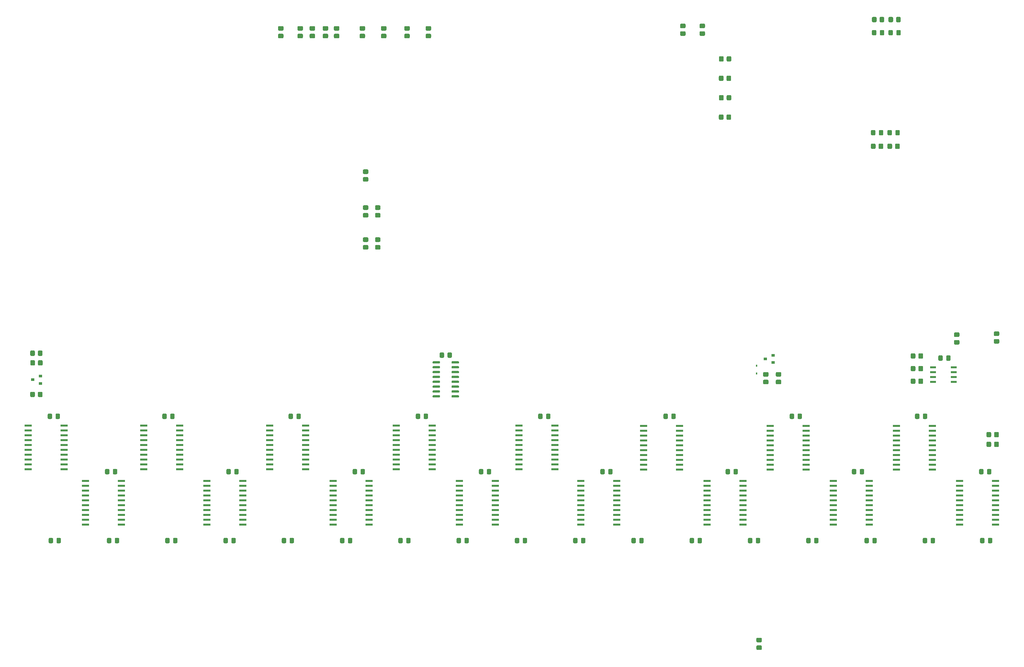
<source format=gbr>
G04 #@! TF.GenerationSoftware,KiCad,Pcbnew,(5.1.12)-1*
G04 #@! TF.CreationDate,2023-03-10T04:48:44+01:00*
G04 #@! TF.ProjectId,unibone,756e6962-6f6e-4652-9e6b-696361645f70,V1.0*
G04 #@! TF.SameCoordinates,Original*
G04 #@! TF.FileFunction,Paste,Top*
G04 #@! TF.FilePolarity,Positive*
%FSLAX46Y46*%
G04 Gerber Fmt 4.6, Leading zero omitted, Abs format (unit mm)*
G04 Created by KiCad (PCBNEW (5.1.12)-1) date 2023-03-10 04:48:44*
%MOMM*%
%LPD*%
G01*
G04 APERTURE LIST*
%ADD10R,0.450000X0.600000*%
%ADD11R,0.900000X0.800000*%
%ADD12R,1.950000X0.600000*%
%ADD13R,1.550000X0.600000*%
G04 APERTURE END LIST*
G36*
G01*
X272253999Y-129402000D02*
X273154001Y-129402000D01*
G75*
G02*
X273404000Y-129651999I0J-249999D01*
G01*
X273404000Y-130352001D01*
G75*
G02*
X273154001Y-130602000I-249999J0D01*
G01*
X272253999Y-130602000D01*
G75*
G02*
X272004000Y-130352001I0J249999D01*
G01*
X272004000Y-129651999D01*
G75*
G02*
X272253999Y-129402000I249999J0D01*
G01*
G37*
G36*
G01*
X272253999Y-127402000D02*
X273154001Y-127402000D01*
G75*
G02*
X273404000Y-127651999I0J-249999D01*
G01*
X273404000Y-128352001D01*
G75*
G02*
X273154001Y-128602000I-249999J0D01*
G01*
X272253999Y-128602000D01*
G75*
G02*
X272004000Y-128352001I0J249999D01*
G01*
X272004000Y-127651999D01*
G75*
G02*
X272253999Y-127402000I249999J0D01*
G01*
G37*
G36*
G01*
X282667999Y-129148000D02*
X283568001Y-129148000D01*
G75*
G02*
X283818000Y-129397999I0J-249999D01*
G01*
X283818000Y-130098001D01*
G75*
G02*
X283568001Y-130348000I-249999J0D01*
G01*
X282667999Y-130348000D01*
G75*
G02*
X282418000Y-130098001I0J249999D01*
G01*
X282418000Y-129397999D01*
G75*
G02*
X282667999Y-129148000I249999J0D01*
G01*
G37*
G36*
G01*
X282667999Y-127148000D02*
X283568001Y-127148000D01*
G75*
G02*
X283818000Y-127397999I0J-249999D01*
G01*
X283818000Y-128098001D01*
G75*
G02*
X283568001Y-128348000I-249999J0D01*
G01*
X282667999Y-128348000D01*
G75*
G02*
X282418000Y-128098001I0J249999D01*
G01*
X282418000Y-127397999D01*
G75*
G02*
X282667999Y-127148000I249999J0D01*
G01*
G37*
G36*
G01*
X262690000Y-140628001D02*
X262690000Y-139727999D01*
G75*
G02*
X262939999Y-139478000I249999J0D01*
G01*
X263640001Y-139478000D01*
G75*
G02*
X263890000Y-139727999I0J-249999D01*
G01*
X263890000Y-140628001D01*
G75*
G02*
X263640001Y-140878000I-249999J0D01*
G01*
X262939999Y-140878000D01*
G75*
G02*
X262690000Y-140628001I0J249999D01*
G01*
G37*
G36*
G01*
X260690000Y-140628001D02*
X260690000Y-139727999D01*
G75*
G02*
X260939999Y-139478000I249999J0D01*
G01*
X261640001Y-139478000D01*
G75*
G02*
X261890000Y-139727999I0J-249999D01*
G01*
X261890000Y-140628001D01*
G75*
G02*
X261640001Y-140878000I-249999J0D01*
G01*
X260939999Y-140878000D01*
G75*
G02*
X260690000Y-140628001I0J249999D01*
G01*
G37*
G36*
G01*
X261890000Y-136425999D02*
X261890000Y-137326001D01*
G75*
G02*
X261640001Y-137576000I-249999J0D01*
G01*
X260939999Y-137576000D01*
G75*
G02*
X260690000Y-137326001I0J249999D01*
G01*
X260690000Y-136425999D01*
G75*
G02*
X260939999Y-136176000I249999J0D01*
G01*
X261640001Y-136176000D01*
G75*
G02*
X261890000Y-136425999I0J-249999D01*
G01*
G37*
G36*
G01*
X263890000Y-136425999D02*
X263890000Y-137326001D01*
G75*
G02*
X263640001Y-137576000I-249999J0D01*
G01*
X262939999Y-137576000D01*
G75*
G02*
X262690000Y-137326001I0J249999D01*
G01*
X262690000Y-136425999D01*
G75*
G02*
X262939999Y-136176000I249999J0D01*
G01*
X263640001Y-136176000D01*
G75*
G02*
X263890000Y-136425999I0J-249999D01*
G01*
G37*
G36*
G01*
X261890000Y-133123999D02*
X261890000Y-134024001D01*
G75*
G02*
X261640001Y-134274000I-249999J0D01*
G01*
X260939999Y-134274000D01*
G75*
G02*
X260690000Y-134024001I0J249999D01*
G01*
X260690000Y-133123999D01*
G75*
G02*
X260939999Y-132874000I249999J0D01*
G01*
X261640001Y-132874000D01*
G75*
G02*
X261890000Y-133123999I0J-249999D01*
G01*
G37*
G36*
G01*
X263890000Y-133123999D02*
X263890000Y-134024001D01*
G75*
G02*
X263640001Y-134274000I-249999J0D01*
G01*
X262939999Y-134274000D01*
G75*
G02*
X262690000Y-134024001I0J249999D01*
G01*
X262690000Y-133123999D01*
G75*
G02*
X262939999Y-132874000I249999J0D01*
G01*
X263640001Y-132874000D01*
G75*
G02*
X263890000Y-133123999I0J-249999D01*
G01*
G37*
G36*
G01*
X95469999Y-49265000D02*
X96370001Y-49265000D01*
G75*
G02*
X96620000Y-49514999I0J-249999D01*
G01*
X96620000Y-50215001D01*
G75*
G02*
X96370001Y-50465000I-249999J0D01*
G01*
X95469999Y-50465000D01*
G75*
G02*
X95220000Y-50215001I0J249999D01*
G01*
X95220000Y-49514999D01*
G75*
G02*
X95469999Y-49265000I249999J0D01*
G01*
G37*
G36*
G01*
X95469999Y-47265000D02*
X96370001Y-47265000D01*
G75*
G02*
X96620000Y-47514999I0J-249999D01*
G01*
X96620000Y-48215001D01*
G75*
G02*
X96370001Y-48465000I-249999J0D01*
G01*
X95469999Y-48465000D01*
G75*
G02*
X95220000Y-48215001I0J249999D01*
G01*
X95220000Y-47514999D01*
G75*
G02*
X95469999Y-47265000I249999J0D01*
G01*
G37*
G36*
G01*
X100549999Y-49265000D02*
X101450001Y-49265000D01*
G75*
G02*
X101700000Y-49514999I0J-249999D01*
G01*
X101700000Y-50215001D01*
G75*
G02*
X101450001Y-50465000I-249999J0D01*
G01*
X100549999Y-50465000D01*
G75*
G02*
X100300000Y-50215001I0J249999D01*
G01*
X100300000Y-49514999D01*
G75*
G02*
X100549999Y-49265000I249999J0D01*
G01*
G37*
G36*
G01*
X100549999Y-47265000D02*
X101450001Y-47265000D01*
G75*
G02*
X101700000Y-47514999I0J-249999D01*
G01*
X101700000Y-48215001D01*
G75*
G02*
X101450001Y-48465000I-249999J0D01*
G01*
X100549999Y-48465000D01*
G75*
G02*
X100300000Y-48215001I0J249999D01*
G01*
X100300000Y-47514999D01*
G75*
G02*
X100549999Y-47265000I249999J0D01*
G01*
G37*
G36*
G01*
X103724999Y-49265000D02*
X104625001Y-49265000D01*
G75*
G02*
X104875000Y-49514999I0J-249999D01*
G01*
X104875000Y-50215001D01*
G75*
G02*
X104625001Y-50465000I-249999J0D01*
G01*
X103724999Y-50465000D01*
G75*
G02*
X103475000Y-50215001I0J249999D01*
G01*
X103475000Y-49514999D01*
G75*
G02*
X103724999Y-49265000I249999J0D01*
G01*
G37*
G36*
G01*
X103724999Y-47265000D02*
X104625001Y-47265000D01*
G75*
G02*
X104875000Y-47514999I0J-249999D01*
G01*
X104875000Y-48215001D01*
G75*
G02*
X104625001Y-48465000I-249999J0D01*
G01*
X103724999Y-48465000D01*
G75*
G02*
X103475000Y-48215001I0J249999D01*
G01*
X103475000Y-47514999D01*
G75*
G02*
X103724999Y-47265000I249999J0D01*
G01*
G37*
G36*
G01*
X107153999Y-49265000D02*
X108054001Y-49265000D01*
G75*
G02*
X108304000Y-49514999I0J-249999D01*
G01*
X108304000Y-50215001D01*
G75*
G02*
X108054001Y-50465000I-249999J0D01*
G01*
X107153999Y-50465000D01*
G75*
G02*
X106904000Y-50215001I0J249999D01*
G01*
X106904000Y-49514999D01*
G75*
G02*
X107153999Y-49265000I249999J0D01*
G01*
G37*
G36*
G01*
X107153999Y-47265000D02*
X108054001Y-47265000D01*
G75*
G02*
X108304000Y-47514999I0J-249999D01*
G01*
X108304000Y-48215001D01*
G75*
G02*
X108054001Y-48465000I-249999J0D01*
G01*
X107153999Y-48465000D01*
G75*
G02*
X106904000Y-48215001I0J249999D01*
G01*
X106904000Y-47514999D01*
G75*
G02*
X107153999Y-47265000I249999J0D01*
G01*
G37*
G36*
G01*
X110074999Y-49265000D02*
X110975001Y-49265000D01*
G75*
G02*
X111225000Y-49514999I0J-249999D01*
G01*
X111225000Y-50215001D01*
G75*
G02*
X110975001Y-50465000I-249999J0D01*
G01*
X110074999Y-50465000D01*
G75*
G02*
X109825000Y-50215001I0J249999D01*
G01*
X109825000Y-49514999D01*
G75*
G02*
X110074999Y-49265000I249999J0D01*
G01*
G37*
G36*
G01*
X110074999Y-47265000D02*
X110975001Y-47265000D01*
G75*
G02*
X111225000Y-47514999I0J-249999D01*
G01*
X111225000Y-48215001D01*
G75*
G02*
X110975001Y-48465000I-249999J0D01*
G01*
X110074999Y-48465000D01*
G75*
G02*
X109825000Y-48215001I0J249999D01*
G01*
X109825000Y-47514999D01*
G75*
G02*
X110074999Y-47265000I249999J0D01*
G01*
G37*
G36*
G01*
X116805999Y-49265000D02*
X117706001Y-49265000D01*
G75*
G02*
X117956000Y-49514999I0J-249999D01*
G01*
X117956000Y-50215001D01*
G75*
G02*
X117706001Y-50465000I-249999J0D01*
G01*
X116805999Y-50465000D01*
G75*
G02*
X116556000Y-50215001I0J249999D01*
G01*
X116556000Y-49514999D01*
G75*
G02*
X116805999Y-49265000I249999J0D01*
G01*
G37*
G36*
G01*
X116805999Y-47265000D02*
X117706001Y-47265000D01*
G75*
G02*
X117956000Y-47514999I0J-249999D01*
G01*
X117956000Y-48215001D01*
G75*
G02*
X117706001Y-48465000I-249999J0D01*
G01*
X116805999Y-48465000D01*
G75*
G02*
X116556000Y-48215001I0J249999D01*
G01*
X116556000Y-47514999D01*
G75*
G02*
X116805999Y-47265000I249999J0D01*
G01*
G37*
G36*
G01*
X122393999Y-49265000D02*
X123294001Y-49265000D01*
G75*
G02*
X123544000Y-49514999I0J-249999D01*
G01*
X123544000Y-50215001D01*
G75*
G02*
X123294001Y-50465000I-249999J0D01*
G01*
X122393999Y-50465000D01*
G75*
G02*
X122144000Y-50215001I0J249999D01*
G01*
X122144000Y-49514999D01*
G75*
G02*
X122393999Y-49265000I249999J0D01*
G01*
G37*
G36*
G01*
X122393999Y-47265000D02*
X123294001Y-47265000D01*
G75*
G02*
X123544000Y-47514999I0J-249999D01*
G01*
X123544000Y-48215001D01*
G75*
G02*
X123294001Y-48465000I-249999J0D01*
G01*
X122393999Y-48465000D01*
G75*
G02*
X122144000Y-48215001I0J249999D01*
G01*
X122144000Y-47514999D01*
G75*
G02*
X122393999Y-47265000I249999J0D01*
G01*
G37*
G36*
G01*
X128489999Y-49265000D02*
X129390001Y-49265000D01*
G75*
G02*
X129640000Y-49514999I0J-249999D01*
G01*
X129640000Y-50215001D01*
G75*
G02*
X129390001Y-50465000I-249999J0D01*
G01*
X128489999Y-50465000D01*
G75*
G02*
X128240000Y-50215001I0J249999D01*
G01*
X128240000Y-49514999D01*
G75*
G02*
X128489999Y-49265000I249999J0D01*
G01*
G37*
G36*
G01*
X128489999Y-47265000D02*
X129390001Y-47265000D01*
G75*
G02*
X129640000Y-47514999I0J-249999D01*
G01*
X129640000Y-48215001D01*
G75*
G02*
X129390001Y-48465000I-249999J0D01*
G01*
X128489999Y-48465000D01*
G75*
G02*
X128240000Y-48215001I0J249999D01*
G01*
X128240000Y-47514999D01*
G75*
G02*
X128489999Y-47265000I249999J0D01*
G01*
G37*
G36*
G01*
X134077999Y-49265000D02*
X134978001Y-49265000D01*
G75*
G02*
X135228000Y-49514999I0J-249999D01*
G01*
X135228000Y-50215001D01*
G75*
G02*
X134978001Y-50465000I-249999J0D01*
G01*
X134077999Y-50465000D01*
G75*
G02*
X133828000Y-50215001I0J249999D01*
G01*
X133828000Y-49514999D01*
G75*
G02*
X134077999Y-49265000I249999J0D01*
G01*
G37*
G36*
G01*
X134077999Y-47265000D02*
X134978001Y-47265000D01*
G75*
G02*
X135228000Y-47514999I0J-249999D01*
G01*
X135228000Y-48215001D01*
G75*
G02*
X134978001Y-48465000I-249999J0D01*
G01*
X134077999Y-48465000D01*
G75*
G02*
X133828000Y-48215001I0J249999D01*
G01*
X133828000Y-47514999D01*
G75*
G02*
X134077999Y-47265000I249999J0D01*
G01*
G37*
D10*
X220380000Y-138180000D03*
X220380000Y-136080000D03*
G36*
G01*
X220564999Y-209285000D02*
X221465001Y-209285000D01*
G75*
G02*
X221715000Y-209534999I0J-249999D01*
G01*
X221715000Y-210235001D01*
G75*
G02*
X221465001Y-210485000I-249999J0D01*
G01*
X220564999Y-210485000D01*
G75*
G02*
X220315000Y-210235001I0J249999D01*
G01*
X220315000Y-209534999D01*
G75*
G02*
X220564999Y-209285000I249999J0D01*
G01*
G37*
G36*
G01*
X220564999Y-207285000D02*
X221465001Y-207285000D01*
G75*
G02*
X221715000Y-207534999I0J-249999D01*
G01*
X221715000Y-208235001D01*
G75*
G02*
X221465001Y-208485000I-249999J0D01*
G01*
X220564999Y-208485000D01*
G75*
G02*
X220315000Y-208235001I0J249999D01*
G01*
X220315000Y-207534999D01*
G75*
G02*
X220564999Y-207285000I249999J0D01*
G01*
G37*
G36*
G01*
X251476000Y-78259999D02*
X251476000Y-79160001D01*
G75*
G02*
X251226001Y-79410000I-249999J0D01*
G01*
X250525999Y-79410000D01*
G75*
G02*
X250276000Y-79160001I0J249999D01*
G01*
X250276000Y-78259999D01*
G75*
G02*
X250525999Y-78010000I249999J0D01*
G01*
X251226001Y-78010000D01*
G75*
G02*
X251476000Y-78259999I0J-249999D01*
G01*
G37*
G36*
G01*
X253476000Y-78259999D02*
X253476000Y-79160001D01*
G75*
G02*
X253226001Y-79410000I-249999J0D01*
G01*
X252525999Y-79410000D01*
G75*
G02*
X252276000Y-79160001I0J249999D01*
G01*
X252276000Y-78259999D01*
G75*
G02*
X252525999Y-78010000I249999J0D01*
G01*
X253226001Y-78010000D01*
G75*
G02*
X253476000Y-78259999I0J-249999D01*
G01*
G37*
G36*
G01*
X251730000Y-45112999D02*
X251730000Y-46013001D01*
G75*
G02*
X251480001Y-46263000I-249999J0D01*
G01*
X250779999Y-46263000D01*
G75*
G02*
X250530000Y-46013001I0J249999D01*
G01*
X250530000Y-45112999D01*
G75*
G02*
X250779999Y-44863000I249999J0D01*
G01*
X251480001Y-44863000D01*
G75*
G02*
X251730000Y-45112999I0J-249999D01*
G01*
G37*
G36*
G01*
X253730000Y-45112999D02*
X253730000Y-46013001D01*
G75*
G02*
X253480001Y-46263000I-249999J0D01*
G01*
X252779999Y-46263000D01*
G75*
G02*
X252530000Y-46013001I0J249999D01*
G01*
X252530000Y-45112999D01*
G75*
G02*
X252779999Y-44863000I249999J0D01*
G01*
X253480001Y-44863000D01*
G75*
G02*
X253730000Y-45112999I0J-249999D01*
G01*
G37*
G36*
G01*
X255794000Y-78259999D02*
X255794000Y-79160001D01*
G75*
G02*
X255544001Y-79410000I-249999J0D01*
G01*
X254843999Y-79410000D01*
G75*
G02*
X254594000Y-79160001I0J249999D01*
G01*
X254594000Y-78259999D01*
G75*
G02*
X254843999Y-78010000I249999J0D01*
G01*
X255544001Y-78010000D01*
G75*
G02*
X255794000Y-78259999I0J-249999D01*
G01*
G37*
G36*
G01*
X257794000Y-78259999D02*
X257794000Y-79160001D01*
G75*
G02*
X257544001Y-79410000I-249999J0D01*
G01*
X256843999Y-79410000D01*
G75*
G02*
X256594000Y-79160001I0J249999D01*
G01*
X256594000Y-78259999D01*
G75*
G02*
X256843999Y-78010000I249999J0D01*
G01*
X257544001Y-78010000D01*
G75*
G02*
X257794000Y-78259999I0J-249999D01*
G01*
G37*
G36*
G01*
X256048000Y-45112999D02*
X256048000Y-46013001D01*
G75*
G02*
X255798001Y-46263000I-249999J0D01*
G01*
X255097999Y-46263000D01*
G75*
G02*
X254848000Y-46013001I0J249999D01*
G01*
X254848000Y-45112999D01*
G75*
G02*
X255097999Y-44863000I249999J0D01*
G01*
X255798001Y-44863000D01*
G75*
G02*
X256048000Y-45112999I0J-249999D01*
G01*
G37*
G36*
G01*
X258048000Y-45112999D02*
X258048000Y-46013001D01*
G75*
G02*
X257798001Y-46263000I-249999J0D01*
G01*
X257097999Y-46263000D01*
G75*
G02*
X256848000Y-46013001I0J249999D01*
G01*
X256848000Y-45112999D01*
G75*
G02*
X257097999Y-44863000I249999J0D01*
G01*
X257798001Y-44863000D01*
G75*
G02*
X258048000Y-45112999I0J-249999D01*
G01*
G37*
G36*
G01*
X212490000Y-71540001D02*
X212490000Y-70639999D01*
G75*
G02*
X212739999Y-70390000I249999J0D01*
G01*
X213440001Y-70390000D01*
G75*
G02*
X213690000Y-70639999I0J-249999D01*
G01*
X213690000Y-71540001D01*
G75*
G02*
X213440001Y-71790000I-249999J0D01*
G01*
X212739999Y-71790000D01*
G75*
G02*
X212490000Y-71540001I0J249999D01*
G01*
G37*
G36*
G01*
X210490000Y-71540001D02*
X210490000Y-70639999D01*
G75*
G02*
X210739999Y-70390000I249999J0D01*
G01*
X211440001Y-70390000D01*
G75*
G02*
X211690000Y-70639999I0J-249999D01*
G01*
X211690000Y-71540001D01*
G75*
G02*
X211440001Y-71790000I-249999J0D01*
G01*
X210739999Y-71790000D01*
G75*
G02*
X210490000Y-71540001I0J249999D01*
G01*
G37*
G36*
G01*
X212525000Y-66460001D02*
X212525000Y-65559999D01*
G75*
G02*
X212774999Y-65310000I249999J0D01*
G01*
X213475001Y-65310000D01*
G75*
G02*
X213725000Y-65559999I0J-249999D01*
G01*
X213725000Y-66460001D01*
G75*
G02*
X213475001Y-66710000I-249999J0D01*
G01*
X212774999Y-66710000D01*
G75*
G02*
X212525000Y-66460001I0J249999D01*
G01*
G37*
G36*
G01*
X210525000Y-66460001D02*
X210525000Y-65559999D01*
G75*
G02*
X210774999Y-65310000I249999J0D01*
G01*
X211475001Y-65310000D01*
G75*
G02*
X211725000Y-65559999I0J-249999D01*
G01*
X211725000Y-66460001D01*
G75*
G02*
X211475001Y-66710000I-249999J0D01*
G01*
X210774999Y-66710000D01*
G75*
G02*
X210525000Y-66460001I0J249999D01*
G01*
G37*
G36*
G01*
X212490000Y-61380001D02*
X212490000Y-60479999D01*
G75*
G02*
X212739999Y-60230000I249999J0D01*
G01*
X213440001Y-60230000D01*
G75*
G02*
X213690000Y-60479999I0J-249999D01*
G01*
X213690000Y-61380001D01*
G75*
G02*
X213440001Y-61630000I-249999J0D01*
G01*
X212739999Y-61630000D01*
G75*
G02*
X212490000Y-61380001I0J249999D01*
G01*
G37*
G36*
G01*
X210490000Y-61380001D02*
X210490000Y-60479999D01*
G75*
G02*
X210739999Y-60230000I249999J0D01*
G01*
X211440001Y-60230000D01*
G75*
G02*
X211690000Y-60479999I0J-249999D01*
G01*
X211690000Y-61380001D01*
G75*
G02*
X211440001Y-61630000I-249999J0D01*
G01*
X210739999Y-61630000D01*
G75*
G02*
X210490000Y-61380001I0J249999D01*
G01*
G37*
G36*
G01*
X223213001Y-138981000D02*
X222312999Y-138981000D01*
G75*
G02*
X222063000Y-138731001I0J249999D01*
G01*
X222063000Y-138030999D01*
G75*
G02*
X222312999Y-137781000I249999J0D01*
G01*
X223213001Y-137781000D01*
G75*
G02*
X223463000Y-138030999I0J-249999D01*
G01*
X223463000Y-138731001D01*
G75*
G02*
X223213001Y-138981000I-249999J0D01*
G01*
G37*
G36*
G01*
X223213001Y-140981000D02*
X222312999Y-140981000D01*
G75*
G02*
X222063000Y-140731001I0J249999D01*
G01*
X222063000Y-140030999D01*
G75*
G02*
X222312999Y-139781000I249999J0D01*
G01*
X223213001Y-139781000D01*
G75*
G02*
X223463000Y-140030999I0J-249999D01*
G01*
X223463000Y-140731001D01*
G75*
G02*
X223213001Y-140981000I-249999J0D01*
G01*
G37*
G36*
G01*
X118560001Y-85960000D02*
X117659999Y-85960000D01*
G75*
G02*
X117410000Y-85710001I0J249999D01*
G01*
X117410000Y-85009999D01*
G75*
G02*
X117659999Y-84760000I249999J0D01*
G01*
X118560001Y-84760000D01*
G75*
G02*
X118810000Y-85009999I0J-249999D01*
G01*
X118810000Y-85710001D01*
G75*
G02*
X118560001Y-85960000I-249999J0D01*
G01*
G37*
G36*
G01*
X118560001Y-87960000D02*
X117659999Y-87960000D01*
G75*
G02*
X117410000Y-87710001I0J249999D01*
G01*
X117410000Y-87009999D01*
G75*
G02*
X117659999Y-86760000I249999J0D01*
G01*
X118560001Y-86760000D01*
G75*
G02*
X118810000Y-87009999I0J-249999D01*
G01*
X118810000Y-87710001D01*
G75*
G02*
X118560001Y-87960000I-249999J0D01*
G01*
G37*
G36*
G01*
X200625999Y-48630000D02*
X201526001Y-48630000D01*
G75*
G02*
X201776000Y-48879999I0J-249999D01*
G01*
X201776000Y-49580001D01*
G75*
G02*
X201526001Y-49830000I-249999J0D01*
G01*
X200625999Y-49830000D01*
G75*
G02*
X200376000Y-49580001I0J249999D01*
G01*
X200376000Y-48879999D01*
G75*
G02*
X200625999Y-48630000I249999J0D01*
G01*
G37*
G36*
G01*
X200625999Y-46630000D02*
X201526001Y-46630000D01*
G75*
G02*
X201776000Y-46879999I0J-249999D01*
G01*
X201776000Y-47580001D01*
G75*
G02*
X201526001Y-47830000I-249999J0D01*
G01*
X200625999Y-47830000D01*
G75*
G02*
X200376000Y-47580001I0J249999D01*
G01*
X200376000Y-46879999D01*
G75*
G02*
X200625999Y-46630000I249999J0D01*
G01*
G37*
G36*
G01*
X117659999Y-104540000D02*
X118560001Y-104540000D01*
G75*
G02*
X118810000Y-104789999I0J-249999D01*
G01*
X118810000Y-105490001D01*
G75*
G02*
X118560001Y-105740000I-249999J0D01*
G01*
X117659999Y-105740000D01*
G75*
G02*
X117410000Y-105490001I0J249999D01*
G01*
X117410000Y-104789999D01*
G75*
G02*
X117659999Y-104540000I249999J0D01*
G01*
G37*
G36*
G01*
X117659999Y-102540000D02*
X118560001Y-102540000D01*
G75*
G02*
X118810000Y-102789999I0J-249999D01*
G01*
X118810000Y-103490001D01*
G75*
G02*
X118560001Y-103740000I-249999J0D01*
G01*
X117659999Y-103740000D01*
G75*
G02*
X117410000Y-103490001I0J249999D01*
G01*
X117410000Y-102789999D01*
G75*
G02*
X117659999Y-102540000I249999J0D01*
G01*
G37*
G36*
G01*
X120834999Y-104540000D02*
X121735001Y-104540000D01*
G75*
G02*
X121985000Y-104789999I0J-249999D01*
G01*
X121985000Y-105490001D01*
G75*
G02*
X121735001Y-105740000I-249999J0D01*
G01*
X120834999Y-105740000D01*
G75*
G02*
X120585000Y-105490001I0J249999D01*
G01*
X120585000Y-104789999D01*
G75*
G02*
X120834999Y-104540000I249999J0D01*
G01*
G37*
G36*
G01*
X120834999Y-102540000D02*
X121735001Y-102540000D01*
G75*
G02*
X121985000Y-102789999I0J-249999D01*
G01*
X121985000Y-103490001D01*
G75*
G02*
X121735001Y-103740000I-249999J0D01*
G01*
X120834999Y-103740000D01*
G75*
G02*
X120585000Y-103490001I0J249999D01*
G01*
X120585000Y-102789999D01*
G75*
G02*
X120834999Y-102540000I249999J0D01*
G01*
G37*
G36*
G01*
X120834999Y-96158000D02*
X121735001Y-96158000D01*
G75*
G02*
X121985000Y-96407999I0J-249999D01*
G01*
X121985000Y-97108001D01*
G75*
G02*
X121735001Y-97358000I-249999J0D01*
G01*
X120834999Y-97358000D01*
G75*
G02*
X120585000Y-97108001I0J249999D01*
G01*
X120585000Y-96407999D01*
G75*
G02*
X120834999Y-96158000I249999J0D01*
G01*
G37*
G36*
G01*
X120834999Y-94158000D02*
X121735001Y-94158000D01*
G75*
G02*
X121985000Y-94407999I0J-249999D01*
G01*
X121985000Y-95108001D01*
G75*
G02*
X121735001Y-95358000I-249999J0D01*
G01*
X120834999Y-95358000D01*
G75*
G02*
X120585000Y-95108001I0J249999D01*
G01*
X120585000Y-94407999D01*
G75*
G02*
X120834999Y-94158000I249999J0D01*
G01*
G37*
G36*
G01*
X117659999Y-96158000D02*
X118560001Y-96158000D01*
G75*
G02*
X118810000Y-96407999I0J-249999D01*
G01*
X118810000Y-97108001D01*
G75*
G02*
X118560001Y-97358000I-249999J0D01*
G01*
X117659999Y-97358000D01*
G75*
G02*
X117410000Y-97108001I0J249999D01*
G01*
X117410000Y-96407999D01*
G75*
G02*
X117659999Y-96158000I249999J0D01*
G01*
G37*
G36*
G01*
X117659999Y-94158000D02*
X118560001Y-94158000D01*
G75*
G02*
X118810000Y-94407999I0J-249999D01*
G01*
X118810000Y-95108001D01*
G75*
G02*
X118560001Y-95358000I-249999J0D01*
G01*
X117659999Y-95358000D01*
G75*
G02*
X117410000Y-95108001I0J249999D01*
G01*
X117410000Y-94407999D01*
G75*
G02*
X117659999Y-94158000I249999J0D01*
G01*
G37*
G36*
G01*
X211725000Y-55399999D02*
X211725000Y-56300001D01*
G75*
G02*
X211475001Y-56550000I-249999J0D01*
G01*
X210774999Y-56550000D01*
G75*
G02*
X210525000Y-56300001I0J249999D01*
G01*
X210525000Y-55399999D01*
G75*
G02*
X210774999Y-55150000I249999J0D01*
G01*
X211475001Y-55150000D01*
G75*
G02*
X211725000Y-55399999I0J-249999D01*
G01*
G37*
G36*
G01*
X213725000Y-55399999D02*
X213725000Y-56300001D01*
G75*
G02*
X213475001Y-56550000I-249999J0D01*
G01*
X212774999Y-56550000D01*
G75*
G02*
X212525000Y-56300001I0J249999D01*
G01*
X212525000Y-55399999D01*
G75*
G02*
X212774999Y-55150000I249999J0D01*
G01*
X213475001Y-55150000D01*
G75*
G02*
X213725000Y-55399999I0J-249999D01*
G01*
G37*
G36*
G01*
X281702000Y-156237999D02*
X281702000Y-157138001D01*
G75*
G02*
X281452001Y-157388000I-249999J0D01*
G01*
X280751999Y-157388000D01*
G75*
G02*
X280502000Y-157138001I0J249999D01*
G01*
X280502000Y-156237999D01*
G75*
G02*
X280751999Y-155988000I249999J0D01*
G01*
X281452001Y-155988000D01*
G75*
G02*
X281702000Y-156237999I0J-249999D01*
G01*
G37*
G36*
G01*
X283702000Y-156237999D02*
X283702000Y-157138001D01*
G75*
G02*
X283452001Y-157388000I-249999J0D01*
G01*
X282751999Y-157388000D01*
G75*
G02*
X282502000Y-157138001I0J249999D01*
G01*
X282502000Y-156237999D01*
G75*
G02*
X282751999Y-155988000I249999J0D01*
G01*
X283452001Y-155988000D01*
G75*
G02*
X283702000Y-156237999I0J-249999D01*
G01*
G37*
G36*
G01*
X282502000Y-154598001D02*
X282502000Y-153697999D01*
G75*
G02*
X282751999Y-153448000I249999J0D01*
G01*
X283452001Y-153448000D01*
G75*
G02*
X283702000Y-153697999I0J-249999D01*
G01*
X283702000Y-154598001D01*
G75*
G02*
X283452001Y-154848000I-249999J0D01*
G01*
X282751999Y-154848000D01*
G75*
G02*
X282502000Y-154598001I0J249999D01*
G01*
G37*
G36*
G01*
X280502000Y-154598001D02*
X280502000Y-153697999D01*
G75*
G02*
X280751999Y-153448000I249999J0D01*
G01*
X281452001Y-153448000D01*
G75*
G02*
X281702000Y-153697999I0J-249999D01*
G01*
X281702000Y-154598001D01*
G75*
G02*
X281452001Y-154848000I-249999J0D01*
G01*
X280751999Y-154848000D01*
G75*
G02*
X280502000Y-154598001I0J249999D01*
G01*
G37*
G36*
G01*
X205705999Y-48630000D02*
X206606001Y-48630000D01*
G75*
G02*
X206856000Y-48879999I0J-249999D01*
G01*
X206856000Y-49580001D01*
G75*
G02*
X206606001Y-49830000I-249999J0D01*
G01*
X205705999Y-49830000D01*
G75*
G02*
X205456000Y-49580001I0J249999D01*
G01*
X205456000Y-48879999D01*
G75*
G02*
X205705999Y-48630000I249999J0D01*
G01*
G37*
G36*
G01*
X205705999Y-46630000D02*
X206606001Y-46630000D01*
G75*
G02*
X206856000Y-46879999I0J-249999D01*
G01*
X206856000Y-47580001D01*
G75*
G02*
X206606001Y-47830000I-249999J0D01*
G01*
X205705999Y-47830000D01*
G75*
G02*
X205456000Y-47580001I0J249999D01*
G01*
X205456000Y-46879999D01*
G75*
G02*
X205705999Y-46630000I249999J0D01*
G01*
G37*
G36*
G01*
X31604000Y-143186999D02*
X31604000Y-144087001D01*
G75*
G02*
X31354001Y-144337000I-249999J0D01*
G01*
X30653999Y-144337000D01*
G75*
G02*
X30404000Y-144087001I0J249999D01*
G01*
X30404000Y-143186999D01*
G75*
G02*
X30653999Y-142937000I249999J0D01*
G01*
X31354001Y-142937000D01*
G75*
G02*
X31604000Y-143186999I0J-249999D01*
G01*
G37*
G36*
G01*
X33604000Y-143186999D02*
X33604000Y-144087001D01*
G75*
G02*
X33354001Y-144337000I-249999J0D01*
G01*
X32653999Y-144337000D01*
G75*
G02*
X32404000Y-144087001I0J249999D01*
G01*
X32404000Y-143186999D01*
G75*
G02*
X32653999Y-142937000I249999J0D01*
G01*
X33354001Y-142937000D01*
G75*
G02*
X33604000Y-143186999I0J-249999D01*
G01*
G37*
G36*
G01*
X32404000Y-133292001D02*
X32404000Y-132391999D01*
G75*
G02*
X32653999Y-132142000I249999J0D01*
G01*
X33354001Y-132142000D01*
G75*
G02*
X33604000Y-132391999I0J-249999D01*
G01*
X33604000Y-133292001D01*
G75*
G02*
X33354001Y-133542000I-249999J0D01*
G01*
X32653999Y-133542000D01*
G75*
G02*
X32404000Y-133292001I0J249999D01*
G01*
G37*
G36*
G01*
X30404000Y-133292001D02*
X30404000Y-132391999D01*
G75*
G02*
X30653999Y-132142000I249999J0D01*
G01*
X31354001Y-132142000D01*
G75*
G02*
X31604000Y-132391999I0J-249999D01*
G01*
X31604000Y-133292001D01*
G75*
G02*
X31354001Y-133542000I-249999J0D01*
G01*
X30653999Y-133542000D01*
G75*
G02*
X30404000Y-133292001I0J249999D01*
G01*
G37*
G36*
G01*
X32439000Y-135822001D02*
X32439000Y-134921999D01*
G75*
G02*
X32688999Y-134672000I249999J0D01*
G01*
X33389001Y-134672000D01*
G75*
G02*
X33639000Y-134921999I0J-249999D01*
G01*
X33639000Y-135822001D01*
G75*
G02*
X33389001Y-136072000I-249999J0D01*
G01*
X32688999Y-136072000D01*
G75*
G02*
X32439000Y-135822001I0J249999D01*
G01*
G37*
G36*
G01*
X30439000Y-135822001D02*
X30439000Y-134921999D01*
G75*
G02*
X30688999Y-134672000I249999J0D01*
G01*
X31389001Y-134672000D01*
G75*
G02*
X31639000Y-134921999I0J-249999D01*
G01*
X31639000Y-135822001D01*
G75*
G02*
X31389001Y-136072000I-249999J0D01*
G01*
X30688999Y-136072000D01*
G75*
G02*
X30439000Y-135822001I0J249999D01*
G01*
G37*
G36*
G01*
X226545001Y-138981000D02*
X225644999Y-138981000D01*
G75*
G02*
X225395000Y-138731001I0J249999D01*
G01*
X225395000Y-138030999D01*
G75*
G02*
X225644999Y-137781000I249999J0D01*
G01*
X226545001Y-137781000D01*
G75*
G02*
X226795000Y-138030999I0J-249999D01*
G01*
X226795000Y-138731001D01*
G75*
G02*
X226545001Y-138981000I-249999J0D01*
G01*
G37*
G36*
G01*
X226545001Y-140981000D02*
X225644999Y-140981000D01*
G75*
G02*
X225395000Y-140731001I0J249999D01*
G01*
X225395000Y-140030999D01*
G75*
G02*
X225644999Y-139781000I249999J0D01*
G01*
X226545001Y-139781000D01*
G75*
G02*
X226795000Y-140030999I0J-249999D01*
G01*
X226795000Y-140731001D01*
G75*
G02*
X226545001Y-140981000I-249999J0D01*
G01*
G37*
D11*
X222682000Y-134336000D03*
X224682000Y-133386000D03*
X224682000Y-135286000D03*
X31039000Y-139797000D03*
X33039000Y-138847000D03*
X33039000Y-140747000D03*
D12*
X102444000Y-151765000D03*
X102444000Y-153035000D03*
X102444000Y-154305000D03*
X102444000Y-155575000D03*
X102444000Y-156845000D03*
X102444000Y-158115000D03*
X102444000Y-159385000D03*
X102444000Y-160655000D03*
X102444000Y-161925000D03*
X102444000Y-163195000D03*
X93044000Y-163195000D03*
X93044000Y-161925000D03*
X93044000Y-160655000D03*
X93044000Y-159385000D03*
X93044000Y-158115000D03*
X93044000Y-156845000D03*
X93044000Y-155575000D03*
X93044000Y-154305000D03*
X93044000Y-153035000D03*
X93044000Y-151765000D03*
G36*
G01*
X251426000Y-74703999D02*
X251426000Y-75604001D01*
G75*
G02*
X251176001Y-75854000I-249999J0D01*
G01*
X250525999Y-75854000D01*
G75*
G02*
X250276000Y-75604001I0J249999D01*
G01*
X250276000Y-74703999D01*
G75*
G02*
X250525999Y-74454000I249999J0D01*
G01*
X251176001Y-74454000D01*
G75*
G02*
X251426000Y-74703999I0J-249999D01*
G01*
G37*
G36*
G01*
X253476000Y-74703999D02*
X253476000Y-75604001D01*
G75*
G02*
X253226001Y-75854000I-249999J0D01*
G01*
X252575999Y-75854000D01*
G75*
G02*
X252326000Y-75604001I0J249999D01*
G01*
X252326000Y-74703999D01*
G75*
G02*
X252575999Y-74454000I249999J0D01*
G01*
X253226001Y-74454000D01*
G75*
G02*
X253476000Y-74703999I0J-249999D01*
G01*
G37*
G36*
G01*
X251680000Y-48541999D02*
X251680000Y-49442001D01*
G75*
G02*
X251430001Y-49692000I-249999J0D01*
G01*
X250779999Y-49692000D01*
G75*
G02*
X250530000Y-49442001I0J249999D01*
G01*
X250530000Y-48541999D01*
G75*
G02*
X250779999Y-48292000I249999J0D01*
G01*
X251430001Y-48292000D01*
G75*
G02*
X251680000Y-48541999I0J-249999D01*
G01*
G37*
G36*
G01*
X253730000Y-48541999D02*
X253730000Y-49442001D01*
G75*
G02*
X253480001Y-49692000I-249999J0D01*
G01*
X252829999Y-49692000D01*
G75*
G02*
X252580000Y-49442001I0J249999D01*
G01*
X252580000Y-48541999D01*
G75*
G02*
X252829999Y-48292000I249999J0D01*
G01*
X253480001Y-48292000D01*
G75*
G02*
X253730000Y-48541999I0J-249999D01*
G01*
G37*
G36*
G01*
X256644000Y-75604001D02*
X256644000Y-74703999D01*
G75*
G02*
X256893999Y-74454000I249999J0D01*
G01*
X257544001Y-74454000D01*
G75*
G02*
X257794000Y-74703999I0J-249999D01*
G01*
X257794000Y-75604001D01*
G75*
G02*
X257544001Y-75854000I-249999J0D01*
G01*
X256893999Y-75854000D01*
G75*
G02*
X256644000Y-75604001I0J249999D01*
G01*
G37*
G36*
G01*
X254594000Y-75604001D02*
X254594000Y-74703999D01*
G75*
G02*
X254843999Y-74454000I249999J0D01*
G01*
X255494001Y-74454000D01*
G75*
G02*
X255744000Y-74703999I0J-249999D01*
G01*
X255744000Y-75604001D01*
G75*
G02*
X255494001Y-75854000I-249999J0D01*
G01*
X254843999Y-75854000D01*
G75*
G02*
X254594000Y-75604001I0J249999D01*
G01*
G37*
G36*
G01*
X256898000Y-49442001D02*
X256898000Y-48541999D01*
G75*
G02*
X257147999Y-48292000I249999J0D01*
G01*
X257798001Y-48292000D01*
G75*
G02*
X258048000Y-48541999I0J-249999D01*
G01*
X258048000Y-49442001D01*
G75*
G02*
X257798001Y-49692000I-249999J0D01*
G01*
X257147999Y-49692000D01*
G75*
G02*
X256898000Y-49442001I0J249999D01*
G01*
G37*
G36*
G01*
X254848000Y-49442001D02*
X254848000Y-48541999D01*
G75*
G02*
X255097999Y-48292000I249999J0D01*
G01*
X255748001Y-48292000D01*
G75*
G02*
X255998000Y-48541999I0J-249999D01*
G01*
X255998000Y-49442001D01*
G75*
G02*
X255748001Y-49692000I-249999J0D01*
G01*
X255097999Y-49692000D01*
G75*
G02*
X254848000Y-49442001I0J249999D01*
G01*
G37*
G36*
G01*
X52511000Y-182314001D02*
X52511000Y-181413999D01*
G75*
G02*
X52760999Y-181164000I249999J0D01*
G01*
X53411001Y-181164000D01*
G75*
G02*
X53661000Y-181413999I0J-249999D01*
G01*
X53661000Y-182314001D01*
G75*
G02*
X53411001Y-182564000I-249999J0D01*
G01*
X52760999Y-182564000D01*
G75*
G02*
X52511000Y-182314001I0J249999D01*
G01*
G37*
G36*
G01*
X50461000Y-182314001D02*
X50461000Y-181413999D01*
G75*
G02*
X50710999Y-181164000I249999J0D01*
G01*
X51361001Y-181164000D01*
G75*
G02*
X51611000Y-181413999I0J-249999D01*
G01*
X51611000Y-182314001D01*
G75*
G02*
X51361001Y-182564000I-249999J0D01*
G01*
X50710999Y-182564000D01*
G75*
G02*
X50461000Y-182314001I0J249999D01*
G01*
G37*
G36*
G01*
X37271000Y-182314001D02*
X37271000Y-181413999D01*
G75*
G02*
X37520999Y-181164000I249999J0D01*
G01*
X38171001Y-181164000D01*
G75*
G02*
X38421000Y-181413999I0J-249999D01*
G01*
X38421000Y-182314001D01*
G75*
G02*
X38171001Y-182564000I-249999J0D01*
G01*
X37520999Y-182564000D01*
G75*
G02*
X37271000Y-182314001I0J249999D01*
G01*
G37*
G36*
G01*
X35221000Y-182314001D02*
X35221000Y-181413999D01*
G75*
G02*
X35470999Y-181164000I249999J0D01*
G01*
X36121001Y-181164000D01*
G75*
G02*
X36371000Y-181413999I0J-249999D01*
G01*
X36371000Y-182314001D01*
G75*
G02*
X36121001Y-182564000I-249999J0D01*
G01*
X35470999Y-182564000D01*
G75*
G02*
X35221000Y-182314001I0J249999D01*
G01*
G37*
G36*
G01*
X52003000Y-164280001D02*
X52003000Y-163379999D01*
G75*
G02*
X52252999Y-163130000I249999J0D01*
G01*
X52903001Y-163130000D01*
G75*
G02*
X53153000Y-163379999I0J-249999D01*
G01*
X53153000Y-164280001D01*
G75*
G02*
X52903001Y-164530000I-249999J0D01*
G01*
X52252999Y-164530000D01*
G75*
G02*
X52003000Y-164280001I0J249999D01*
G01*
G37*
G36*
G01*
X49953000Y-164280001D02*
X49953000Y-163379999D01*
G75*
G02*
X50202999Y-163130000I249999J0D01*
G01*
X50853001Y-163130000D01*
G75*
G02*
X51103000Y-163379999I0J-249999D01*
G01*
X51103000Y-164280001D01*
G75*
G02*
X50853001Y-164530000I-249999J0D01*
G01*
X50202999Y-164530000D01*
G75*
G02*
X49953000Y-164280001I0J249999D01*
G01*
G37*
G36*
G01*
X37017000Y-149802001D02*
X37017000Y-148901999D01*
G75*
G02*
X37266999Y-148652000I249999J0D01*
G01*
X37917001Y-148652000D01*
G75*
G02*
X38167000Y-148901999I0J-249999D01*
G01*
X38167000Y-149802001D01*
G75*
G02*
X37917001Y-150052000I-249999J0D01*
G01*
X37266999Y-150052000D01*
G75*
G02*
X37017000Y-149802001I0J249999D01*
G01*
G37*
G36*
G01*
X34967000Y-149802001D02*
X34967000Y-148901999D01*
G75*
G02*
X35216999Y-148652000I249999J0D01*
G01*
X35867001Y-148652000D01*
G75*
G02*
X36117000Y-148901999I0J-249999D01*
G01*
X36117000Y-149802001D01*
G75*
G02*
X35867001Y-150052000I-249999J0D01*
G01*
X35216999Y-150052000D01*
G75*
G02*
X34967000Y-149802001I0J249999D01*
G01*
G37*
G36*
G01*
X174431000Y-182314001D02*
X174431000Y-181413999D01*
G75*
G02*
X174680999Y-181164000I249999J0D01*
G01*
X175331001Y-181164000D01*
G75*
G02*
X175581000Y-181413999I0J-249999D01*
G01*
X175581000Y-182314001D01*
G75*
G02*
X175331001Y-182564000I-249999J0D01*
G01*
X174680999Y-182564000D01*
G75*
G02*
X174431000Y-182314001I0J249999D01*
G01*
G37*
G36*
G01*
X172381000Y-182314001D02*
X172381000Y-181413999D01*
G75*
G02*
X172630999Y-181164000I249999J0D01*
G01*
X173281001Y-181164000D01*
G75*
G02*
X173531000Y-181413999I0J-249999D01*
G01*
X173531000Y-182314001D01*
G75*
G02*
X173281001Y-182564000I-249999J0D01*
G01*
X172630999Y-182564000D01*
G75*
G02*
X172381000Y-182314001I0J249999D01*
G01*
G37*
G36*
G01*
X159191000Y-182314001D02*
X159191000Y-181413999D01*
G75*
G02*
X159440999Y-181164000I249999J0D01*
G01*
X160091001Y-181164000D01*
G75*
G02*
X160341000Y-181413999I0J-249999D01*
G01*
X160341000Y-182314001D01*
G75*
G02*
X160091001Y-182564000I-249999J0D01*
G01*
X159440999Y-182564000D01*
G75*
G02*
X159191000Y-182314001I0J249999D01*
G01*
G37*
G36*
G01*
X157141000Y-182314001D02*
X157141000Y-181413999D01*
G75*
G02*
X157390999Y-181164000I249999J0D01*
G01*
X158041001Y-181164000D01*
G75*
G02*
X158291000Y-181413999I0J-249999D01*
G01*
X158291000Y-182314001D01*
G75*
G02*
X158041001Y-182564000I-249999J0D01*
G01*
X157390999Y-182564000D01*
G75*
G02*
X157141000Y-182314001I0J249999D01*
G01*
G37*
G36*
G01*
X181552000Y-164280001D02*
X181552000Y-163379999D01*
G75*
G02*
X181801999Y-163130000I249999J0D01*
G01*
X182452001Y-163130000D01*
G75*
G02*
X182702000Y-163379999I0J-249999D01*
G01*
X182702000Y-164280001D01*
G75*
G02*
X182452001Y-164530000I-249999J0D01*
G01*
X181801999Y-164530000D01*
G75*
G02*
X181552000Y-164280001I0J249999D01*
G01*
G37*
G36*
G01*
X179502000Y-164280001D02*
X179502000Y-163379999D01*
G75*
G02*
X179751999Y-163130000I249999J0D01*
G01*
X180402001Y-163130000D01*
G75*
G02*
X180652000Y-163379999I0J-249999D01*
G01*
X180652000Y-164280001D01*
G75*
G02*
X180402001Y-164530000I-249999J0D01*
G01*
X179751999Y-164530000D01*
G75*
G02*
X179502000Y-164280001I0J249999D01*
G01*
G37*
G36*
G01*
X165296000Y-149802001D02*
X165296000Y-148901999D01*
G75*
G02*
X165545999Y-148652000I249999J0D01*
G01*
X166196001Y-148652000D01*
G75*
G02*
X166446000Y-148901999I0J-249999D01*
G01*
X166446000Y-149802001D01*
G75*
G02*
X166196001Y-150052000I-249999J0D01*
G01*
X165545999Y-150052000D01*
G75*
G02*
X165296000Y-149802001I0J249999D01*
G01*
G37*
G36*
G01*
X163246000Y-149802001D02*
X163246000Y-148901999D01*
G75*
G02*
X163495999Y-148652000I249999J0D01*
G01*
X164146001Y-148652000D01*
G75*
G02*
X164396000Y-148901999I0J-249999D01*
G01*
X164396000Y-149802001D01*
G75*
G02*
X164146001Y-150052000I-249999J0D01*
G01*
X163495999Y-150052000D01*
G75*
G02*
X163246000Y-149802001I0J249999D01*
G01*
G37*
G36*
G01*
X67751000Y-182314001D02*
X67751000Y-181413999D01*
G75*
G02*
X68000999Y-181164000I249999J0D01*
G01*
X68651001Y-181164000D01*
G75*
G02*
X68901000Y-181413999I0J-249999D01*
G01*
X68901000Y-182314001D01*
G75*
G02*
X68651001Y-182564000I-249999J0D01*
G01*
X68000999Y-182564000D01*
G75*
G02*
X67751000Y-182314001I0J249999D01*
G01*
G37*
G36*
G01*
X65701000Y-182314001D02*
X65701000Y-181413999D01*
G75*
G02*
X65950999Y-181164000I249999J0D01*
G01*
X66601001Y-181164000D01*
G75*
G02*
X66851000Y-181413999I0J-249999D01*
G01*
X66851000Y-182314001D01*
G75*
G02*
X66601001Y-182564000I-249999J0D01*
G01*
X65950999Y-182564000D01*
G75*
G02*
X65701000Y-182314001I0J249999D01*
G01*
G37*
G36*
G01*
X82991000Y-182314001D02*
X82991000Y-181413999D01*
G75*
G02*
X83240999Y-181164000I249999J0D01*
G01*
X83891001Y-181164000D01*
G75*
G02*
X84141000Y-181413999I0J-249999D01*
G01*
X84141000Y-182314001D01*
G75*
G02*
X83891001Y-182564000I-249999J0D01*
G01*
X83240999Y-182564000D01*
G75*
G02*
X82991000Y-182314001I0J249999D01*
G01*
G37*
G36*
G01*
X80941000Y-182314001D02*
X80941000Y-181413999D01*
G75*
G02*
X81190999Y-181164000I249999J0D01*
G01*
X81841001Y-181164000D01*
G75*
G02*
X82091000Y-181413999I0J-249999D01*
G01*
X82091000Y-182314001D01*
G75*
G02*
X81841001Y-182564000I-249999J0D01*
G01*
X81190999Y-182564000D01*
G75*
G02*
X80941000Y-182314001I0J249999D01*
G01*
G37*
G36*
G01*
X83762000Y-164280001D02*
X83762000Y-163379999D01*
G75*
G02*
X84011999Y-163130000I249999J0D01*
G01*
X84662001Y-163130000D01*
G75*
G02*
X84912000Y-163379999I0J-249999D01*
G01*
X84912000Y-164280001D01*
G75*
G02*
X84662001Y-164530000I-249999J0D01*
G01*
X84011999Y-164530000D01*
G75*
G02*
X83762000Y-164280001I0J249999D01*
G01*
G37*
G36*
G01*
X81712000Y-164280001D02*
X81712000Y-163379999D01*
G75*
G02*
X81961999Y-163130000I249999J0D01*
G01*
X82612001Y-163130000D01*
G75*
G02*
X82862000Y-163379999I0J-249999D01*
G01*
X82862000Y-164280001D01*
G75*
G02*
X82612001Y-164530000I-249999J0D01*
G01*
X81961999Y-164530000D01*
G75*
G02*
X81712000Y-164280001I0J249999D01*
G01*
G37*
G36*
G01*
X66998000Y-149802001D02*
X66998000Y-148901999D01*
G75*
G02*
X67247999Y-148652000I249999J0D01*
G01*
X67898001Y-148652000D01*
G75*
G02*
X68148000Y-148901999I0J-249999D01*
G01*
X68148000Y-149802001D01*
G75*
G02*
X67898001Y-150052000I-249999J0D01*
G01*
X67247999Y-150052000D01*
G75*
G02*
X66998000Y-149802001I0J249999D01*
G01*
G37*
G36*
G01*
X64948000Y-149802001D02*
X64948000Y-148901999D01*
G75*
G02*
X65197999Y-148652000I249999J0D01*
G01*
X65848001Y-148652000D01*
G75*
G02*
X66098000Y-148901999I0J-249999D01*
G01*
X66098000Y-149802001D01*
G75*
G02*
X65848001Y-150052000I-249999J0D01*
G01*
X65197999Y-150052000D01*
G75*
G02*
X64948000Y-149802001I0J249999D01*
G01*
G37*
G36*
G01*
X250640000Y-182314001D02*
X250640000Y-181413999D01*
G75*
G02*
X250889999Y-181164000I249999J0D01*
G01*
X251540001Y-181164000D01*
G75*
G02*
X251790000Y-181413999I0J-249999D01*
G01*
X251790000Y-182314001D01*
G75*
G02*
X251540001Y-182564000I-249999J0D01*
G01*
X250889999Y-182564000D01*
G75*
G02*
X250640000Y-182314001I0J249999D01*
G01*
G37*
G36*
G01*
X248590000Y-182314001D02*
X248590000Y-181413999D01*
G75*
G02*
X248839999Y-181164000I249999J0D01*
G01*
X249490001Y-181164000D01*
G75*
G02*
X249740000Y-181413999I0J-249999D01*
G01*
X249740000Y-182314001D01*
G75*
G02*
X249490001Y-182564000I-249999J0D01*
G01*
X248839999Y-182564000D01*
G75*
G02*
X248590000Y-182314001I0J249999D01*
G01*
G37*
G36*
G01*
X235391000Y-182314001D02*
X235391000Y-181413999D01*
G75*
G02*
X235640999Y-181164000I249999J0D01*
G01*
X236291001Y-181164000D01*
G75*
G02*
X236541000Y-181413999I0J-249999D01*
G01*
X236541000Y-182314001D01*
G75*
G02*
X236291001Y-182564000I-249999J0D01*
G01*
X235640999Y-182564000D01*
G75*
G02*
X235391000Y-182314001I0J249999D01*
G01*
G37*
G36*
G01*
X233341000Y-182314001D02*
X233341000Y-181413999D01*
G75*
G02*
X233590999Y-181164000I249999J0D01*
G01*
X234241001Y-181164000D01*
G75*
G02*
X234491000Y-181413999I0J-249999D01*
G01*
X234491000Y-182314001D01*
G75*
G02*
X234241001Y-182564000I-249999J0D01*
G01*
X233590999Y-182564000D01*
G75*
G02*
X233341000Y-182314001I0J249999D01*
G01*
G37*
G36*
G01*
X247338000Y-164280001D02*
X247338000Y-163379999D01*
G75*
G02*
X247587999Y-163130000I249999J0D01*
G01*
X248238001Y-163130000D01*
G75*
G02*
X248488000Y-163379999I0J-249999D01*
G01*
X248488000Y-164280001D01*
G75*
G02*
X248238001Y-164530000I-249999J0D01*
G01*
X247587999Y-164530000D01*
G75*
G02*
X247338000Y-164280001I0J249999D01*
G01*
G37*
G36*
G01*
X245288000Y-164280001D02*
X245288000Y-163379999D01*
G75*
G02*
X245537999Y-163130000I249999J0D01*
G01*
X246188001Y-163130000D01*
G75*
G02*
X246438000Y-163379999I0J-249999D01*
G01*
X246438000Y-164280001D01*
G75*
G02*
X246188001Y-164530000I-249999J0D01*
G01*
X245537999Y-164530000D01*
G75*
G02*
X245288000Y-164280001I0J249999D01*
G01*
G37*
G36*
G01*
X231073000Y-149802001D02*
X231073000Y-148901999D01*
G75*
G02*
X231322999Y-148652000I249999J0D01*
G01*
X231973001Y-148652000D01*
G75*
G02*
X232223000Y-148901999I0J-249999D01*
G01*
X232223000Y-149802001D01*
G75*
G02*
X231973001Y-150052000I-249999J0D01*
G01*
X231322999Y-150052000D01*
G75*
G02*
X231073000Y-149802001I0J249999D01*
G01*
G37*
G36*
G01*
X229023000Y-149802001D02*
X229023000Y-148901999D01*
G75*
G02*
X229272999Y-148652000I249999J0D01*
G01*
X229923001Y-148652000D01*
G75*
G02*
X230173000Y-148901999I0J-249999D01*
G01*
X230173000Y-149802001D01*
G75*
G02*
X229923001Y-150052000I-249999J0D01*
G01*
X229272999Y-150052000D01*
G75*
G02*
X229023000Y-149802001I0J249999D01*
G01*
G37*
G36*
G01*
X280857000Y-182314001D02*
X280857000Y-181413999D01*
G75*
G02*
X281106999Y-181164000I249999J0D01*
G01*
X281757001Y-181164000D01*
G75*
G02*
X282007000Y-181413999I0J-249999D01*
G01*
X282007000Y-182314001D01*
G75*
G02*
X281757001Y-182564000I-249999J0D01*
G01*
X281106999Y-182564000D01*
G75*
G02*
X280857000Y-182314001I0J249999D01*
G01*
G37*
G36*
G01*
X278807000Y-182314001D02*
X278807000Y-181413999D01*
G75*
G02*
X279056999Y-181164000I249999J0D01*
G01*
X279707001Y-181164000D01*
G75*
G02*
X279957000Y-181413999I0J-249999D01*
G01*
X279957000Y-182314001D01*
G75*
G02*
X279707001Y-182564000I-249999J0D01*
G01*
X279056999Y-182564000D01*
G75*
G02*
X278807000Y-182314001I0J249999D01*
G01*
G37*
G36*
G01*
X265880000Y-182314001D02*
X265880000Y-181413999D01*
G75*
G02*
X266129999Y-181164000I249999J0D01*
G01*
X266780001Y-181164000D01*
G75*
G02*
X267030000Y-181413999I0J-249999D01*
G01*
X267030000Y-182314001D01*
G75*
G02*
X266780001Y-182564000I-249999J0D01*
G01*
X266129999Y-182564000D01*
G75*
G02*
X265880000Y-182314001I0J249999D01*
G01*
G37*
G36*
G01*
X263830000Y-182314001D02*
X263830000Y-181413999D01*
G75*
G02*
X264079999Y-181164000I249999J0D01*
G01*
X264730001Y-181164000D01*
G75*
G02*
X264980000Y-181413999I0J-249999D01*
G01*
X264980000Y-182314001D01*
G75*
G02*
X264730001Y-182564000I-249999J0D01*
G01*
X264079999Y-182564000D01*
G75*
G02*
X263830000Y-182314001I0J249999D01*
G01*
G37*
G36*
G01*
X280612000Y-164280001D02*
X280612000Y-163379999D01*
G75*
G02*
X280861999Y-163130000I249999J0D01*
G01*
X281512001Y-163130000D01*
G75*
G02*
X281762000Y-163379999I0J-249999D01*
G01*
X281762000Y-164280001D01*
G75*
G02*
X281512001Y-164530000I-249999J0D01*
G01*
X280861999Y-164530000D01*
G75*
G02*
X280612000Y-164280001I0J249999D01*
G01*
G37*
G36*
G01*
X278562000Y-164280001D02*
X278562000Y-163379999D01*
G75*
G02*
X278811999Y-163130000I249999J0D01*
G01*
X279462001Y-163130000D01*
G75*
G02*
X279712000Y-163379999I0J-249999D01*
G01*
X279712000Y-164280001D01*
G75*
G02*
X279462001Y-164530000I-249999J0D01*
G01*
X278811999Y-164530000D01*
G75*
G02*
X278562000Y-164280001I0J249999D01*
G01*
G37*
G36*
G01*
X263839000Y-149802001D02*
X263839000Y-148901999D01*
G75*
G02*
X264088999Y-148652000I249999J0D01*
G01*
X264739001Y-148652000D01*
G75*
G02*
X264989000Y-148901999I0J-249999D01*
G01*
X264989000Y-149802001D01*
G75*
G02*
X264739001Y-150052000I-249999J0D01*
G01*
X264088999Y-150052000D01*
G75*
G02*
X263839000Y-149802001I0J249999D01*
G01*
G37*
G36*
G01*
X261789000Y-149802001D02*
X261789000Y-148901999D01*
G75*
G02*
X262038999Y-148652000I249999J0D01*
G01*
X262689001Y-148652000D01*
G75*
G02*
X262939000Y-148901999I0J-249999D01*
G01*
X262939000Y-149802001D01*
G75*
G02*
X262689001Y-150052000I-249999J0D01*
G01*
X262038999Y-150052000D01*
G75*
G02*
X261789000Y-149802001I0J249999D01*
G01*
G37*
G36*
G01*
X113480000Y-182314001D02*
X113480000Y-181413999D01*
G75*
G02*
X113729999Y-181164000I249999J0D01*
G01*
X114380001Y-181164000D01*
G75*
G02*
X114630000Y-181413999I0J-249999D01*
G01*
X114630000Y-182314001D01*
G75*
G02*
X114380001Y-182564000I-249999J0D01*
G01*
X113729999Y-182564000D01*
G75*
G02*
X113480000Y-182314001I0J249999D01*
G01*
G37*
G36*
G01*
X111430000Y-182314001D02*
X111430000Y-181413999D01*
G75*
G02*
X111679999Y-181164000I249999J0D01*
G01*
X112330001Y-181164000D01*
G75*
G02*
X112580000Y-181413999I0J-249999D01*
G01*
X112580000Y-182314001D01*
G75*
G02*
X112330001Y-182564000I-249999J0D01*
G01*
X111679999Y-182564000D01*
G75*
G02*
X111430000Y-182314001I0J249999D01*
G01*
G37*
G36*
G01*
X98231000Y-182314001D02*
X98231000Y-181413999D01*
G75*
G02*
X98480999Y-181164000I249999J0D01*
G01*
X99131001Y-181164000D01*
G75*
G02*
X99381000Y-181413999I0J-249999D01*
G01*
X99381000Y-182314001D01*
G75*
G02*
X99131001Y-182564000I-249999J0D01*
G01*
X98480999Y-182564000D01*
G75*
G02*
X98231000Y-182314001I0J249999D01*
G01*
G37*
G36*
G01*
X96181000Y-182314001D02*
X96181000Y-181413999D01*
G75*
G02*
X96430999Y-181164000I249999J0D01*
G01*
X97081001Y-181164000D01*
G75*
G02*
X97331000Y-181413999I0J-249999D01*
G01*
X97331000Y-182314001D01*
G75*
G02*
X97081001Y-182564000I-249999J0D01*
G01*
X96430999Y-182564000D01*
G75*
G02*
X96181000Y-182314001I0J249999D01*
G01*
G37*
G36*
G01*
X116782000Y-164280001D02*
X116782000Y-163379999D01*
G75*
G02*
X117031999Y-163130000I249999J0D01*
G01*
X117682001Y-163130000D01*
G75*
G02*
X117932000Y-163379999I0J-249999D01*
G01*
X117932000Y-164280001D01*
G75*
G02*
X117682001Y-164530000I-249999J0D01*
G01*
X117031999Y-164530000D01*
G75*
G02*
X116782000Y-164280001I0J249999D01*
G01*
G37*
G36*
G01*
X114732000Y-164280001D02*
X114732000Y-163379999D01*
G75*
G02*
X114981999Y-163130000I249999J0D01*
G01*
X115632001Y-163130000D01*
G75*
G02*
X115882000Y-163379999I0J-249999D01*
G01*
X115882000Y-164280001D01*
G75*
G02*
X115632001Y-164530000I-249999J0D01*
G01*
X114981999Y-164530000D01*
G75*
G02*
X114732000Y-164280001I0J249999D01*
G01*
G37*
G36*
G01*
X100018000Y-149802001D02*
X100018000Y-148901999D01*
G75*
G02*
X100267999Y-148652000I249999J0D01*
G01*
X100918001Y-148652000D01*
G75*
G02*
X101168000Y-148901999I0J-249999D01*
G01*
X101168000Y-149802001D01*
G75*
G02*
X100918001Y-150052000I-249999J0D01*
G01*
X100267999Y-150052000D01*
G75*
G02*
X100018000Y-149802001I0J249999D01*
G01*
G37*
G36*
G01*
X97968000Y-149802001D02*
X97968000Y-148901999D01*
G75*
G02*
X98217999Y-148652000I249999J0D01*
G01*
X98868001Y-148652000D01*
G75*
G02*
X99118000Y-148901999I0J-249999D01*
G01*
X99118000Y-149802001D01*
G75*
G02*
X98868001Y-150052000I-249999J0D01*
G01*
X98217999Y-150052000D01*
G75*
G02*
X97968000Y-149802001I0J249999D01*
G01*
G37*
G36*
G01*
X128711000Y-182314001D02*
X128711000Y-181413999D01*
G75*
G02*
X128960999Y-181164000I249999J0D01*
G01*
X129611001Y-181164000D01*
G75*
G02*
X129861000Y-181413999I0J-249999D01*
G01*
X129861000Y-182314001D01*
G75*
G02*
X129611001Y-182564000I-249999J0D01*
G01*
X128960999Y-182564000D01*
G75*
G02*
X128711000Y-182314001I0J249999D01*
G01*
G37*
G36*
G01*
X126661000Y-182314001D02*
X126661000Y-181413999D01*
G75*
G02*
X126910999Y-181164000I249999J0D01*
G01*
X127561001Y-181164000D01*
G75*
G02*
X127811000Y-181413999I0J-249999D01*
G01*
X127811000Y-182314001D01*
G75*
G02*
X127561001Y-182564000I-249999J0D01*
G01*
X126910999Y-182564000D01*
G75*
G02*
X126661000Y-182314001I0J249999D01*
G01*
G37*
G36*
G01*
X143951000Y-182314001D02*
X143951000Y-181413999D01*
G75*
G02*
X144200999Y-181164000I249999J0D01*
G01*
X144851001Y-181164000D01*
G75*
G02*
X145101000Y-181413999I0J-249999D01*
G01*
X145101000Y-182314001D01*
G75*
G02*
X144851001Y-182564000I-249999J0D01*
G01*
X144200999Y-182564000D01*
G75*
G02*
X143951000Y-182314001I0J249999D01*
G01*
G37*
G36*
G01*
X141901000Y-182314001D02*
X141901000Y-181413999D01*
G75*
G02*
X142150999Y-181164000I249999J0D01*
G01*
X142801001Y-181164000D01*
G75*
G02*
X143051000Y-181413999I0J-249999D01*
G01*
X143051000Y-182314001D01*
G75*
G02*
X142801001Y-182564000I-249999J0D01*
G01*
X142150999Y-182564000D01*
G75*
G02*
X141901000Y-182314001I0J249999D01*
G01*
G37*
G36*
G01*
X149802000Y-164280001D02*
X149802000Y-163379999D01*
G75*
G02*
X150051999Y-163130000I249999J0D01*
G01*
X150702001Y-163130000D01*
G75*
G02*
X150952000Y-163379999I0J-249999D01*
G01*
X150952000Y-164280001D01*
G75*
G02*
X150702001Y-164530000I-249999J0D01*
G01*
X150051999Y-164530000D01*
G75*
G02*
X149802000Y-164280001I0J249999D01*
G01*
G37*
G36*
G01*
X147752000Y-164280001D02*
X147752000Y-163379999D01*
G75*
G02*
X148001999Y-163130000I249999J0D01*
G01*
X148652001Y-163130000D01*
G75*
G02*
X148902000Y-163379999I0J-249999D01*
G01*
X148902000Y-164280001D01*
G75*
G02*
X148652001Y-164530000I-249999J0D01*
G01*
X148001999Y-164530000D01*
G75*
G02*
X147752000Y-164280001I0J249999D01*
G01*
G37*
G36*
G01*
X133283000Y-149802001D02*
X133283000Y-148901999D01*
G75*
G02*
X133532999Y-148652000I249999J0D01*
G01*
X134183001Y-148652000D01*
G75*
G02*
X134433000Y-148901999I0J-249999D01*
G01*
X134433000Y-149802001D01*
G75*
G02*
X134183001Y-150052000I-249999J0D01*
G01*
X133532999Y-150052000D01*
G75*
G02*
X133283000Y-149802001I0J249999D01*
G01*
G37*
G36*
G01*
X131233000Y-149802001D02*
X131233000Y-148901999D01*
G75*
G02*
X131482999Y-148652000I249999J0D01*
G01*
X132133001Y-148652000D01*
G75*
G02*
X132383000Y-148901999I0J-249999D01*
G01*
X132383000Y-149802001D01*
G75*
G02*
X132133001Y-150052000I-249999J0D01*
G01*
X131482999Y-150052000D01*
G75*
G02*
X131233000Y-149802001I0J249999D01*
G01*
G37*
G36*
G01*
X220151000Y-182314001D02*
X220151000Y-181413999D01*
G75*
G02*
X220400999Y-181164000I249999J0D01*
G01*
X221051001Y-181164000D01*
G75*
G02*
X221301000Y-181413999I0J-249999D01*
G01*
X221301000Y-182314001D01*
G75*
G02*
X221051001Y-182564000I-249999J0D01*
G01*
X220400999Y-182564000D01*
G75*
G02*
X220151000Y-182314001I0J249999D01*
G01*
G37*
G36*
G01*
X218101000Y-182314001D02*
X218101000Y-181413999D01*
G75*
G02*
X218350999Y-181164000I249999J0D01*
G01*
X219001001Y-181164000D01*
G75*
G02*
X219251000Y-181413999I0J-249999D01*
G01*
X219251000Y-182314001D01*
G75*
G02*
X219001001Y-182564000I-249999J0D01*
G01*
X218350999Y-182564000D01*
G75*
G02*
X218101000Y-182314001I0J249999D01*
G01*
G37*
G36*
G01*
X204920000Y-182314001D02*
X204920000Y-181413999D01*
G75*
G02*
X205169999Y-181164000I249999J0D01*
G01*
X205820001Y-181164000D01*
G75*
G02*
X206070000Y-181413999I0J-249999D01*
G01*
X206070000Y-182314001D01*
G75*
G02*
X205820001Y-182564000I-249999J0D01*
G01*
X205169999Y-182564000D01*
G75*
G02*
X204920000Y-182314001I0J249999D01*
G01*
G37*
G36*
G01*
X202870000Y-182314001D02*
X202870000Y-181413999D01*
G75*
G02*
X203119999Y-181164000I249999J0D01*
G01*
X203770001Y-181164000D01*
G75*
G02*
X204020000Y-181413999I0J-249999D01*
G01*
X204020000Y-182314001D01*
G75*
G02*
X203770001Y-182564000I-249999J0D01*
G01*
X203119999Y-182564000D01*
G75*
G02*
X202870000Y-182314001I0J249999D01*
G01*
G37*
G36*
G01*
X189680000Y-182314001D02*
X189680000Y-181413999D01*
G75*
G02*
X189929999Y-181164000I249999J0D01*
G01*
X190580001Y-181164000D01*
G75*
G02*
X190830000Y-181413999I0J-249999D01*
G01*
X190830000Y-182314001D01*
G75*
G02*
X190580001Y-182564000I-249999J0D01*
G01*
X189929999Y-182564000D01*
G75*
G02*
X189680000Y-182314001I0J249999D01*
G01*
G37*
G36*
G01*
X187630000Y-182314001D02*
X187630000Y-181413999D01*
G75*
G02*
X187879999Y-181164000I249999J0D01*
G01*
X188530001Y-181164000D01*
G75*
G02*
X188780000Y-181413999I0J-249999D01*
G01*
X188780000Y-182314001D01*
G75*
G02*
X188530001Y-182564000I-249999J0D01*
G01*
X187879999Y-182564000D01*
G75*
G02*
X187630000Y-182314001I0J249999D01*
G01*
G37*
G36*
G01*
X214318000Y-164280001D02*
X214318000Y-163379999D01*
G75*
G02*
X214567999Y-163130000I249999J0D01*
G01*
X215218001Y-163130000D01*
G75*
G02*
X215468000Y-163379999I0J-249999D01*
G01*
X215468000Y-164280001D01*
G75*
G02*
X215218001Y-164530000I-249999J0D01*
G01*
X214567999Y-164530000D01*
G75*
G02*
X214318000Y-164280001I0J249999D01*
G01*
G37*
G36*
G01*
X212268000Y-164280001D02*
X212268000Y-163379999D01*
G75*
G02*
X212517999Y-163130000I249999J0D01*
G01*
X213168001Y-163130000D01*
G75*
G02*
X213418000Y-163379999I0J-249999D01*
G01*
X213418000Y-164280001D01*
G75*
G02*
X213168001Y-164530000I-249999J0D01*
G01*
X212517999Y-164530000D01*
G75*
G02*
X212268000Y-164280001I0J249999D01*
G01*
G37*
G36*
G01*
X198053000Y-149802001D02*
X198053000Y-148901999D01*
G75*
G02*
X198302999Y-148652000I249999J0D01*
G01*
X198953001Y-148652000D01*
G75*
G02*
X199203000Y-148901999I0J-249999D01*
G01*
X199203000Y-149802001D01*
G75*
G02*
X198953001Y-150052000I-249999J0D01*
G01*
X198302999Y-150052000D01*
G75*
G02*
X198053000Y-149802001I0J249999D01*
G01*
G37*
G36*
G01*
X196003000Y-149802001D02*
X196003000Y-148901999D01*
G75*
G02*
X196252999Y-148652000I249999J0D01*
G01*
X196903001Y-148652000D01*
G75*
G02*
X197153000Y-148901999I0J-249999D01*
G01*
X197153000Y-149802001D01*
G75*
G02*
X196903001Y-150052000I-249999J0D01*
G01*
X196252999Y-150052000D01*
G75*
G02*
X196003000Y-149802001I0J249999D01*
G01*
G37*
G36*
G01*
X269044000Y-133661999D02*
X269044000Y-134562001D01*
G75*
G02*
X268794001Y-134812000I-249999J0D01*
G01*
X268143999Y-134812000D01*
G75*
G02*
X267894000Y-134562001I0J249999D01*
G01*
X267894000Y-133661999D01*
G75*
G02*
X268143999Y-133412000I249999J0D01*
G01*
X268794001Y-133412000D01*
G75*
G02*
X269044000Y-133661999I0J-249999D01*
G01*
G37*
G36*
G01*
X271094000Y-133661999D02*
X271094000Y-134562001D01*
G75*
G02*
X270844001Y-134812000I-249999J0D01*
G01*
X270193999Y-134812000D01*
G75*
G02*
X269944000Y-134562001I0J249999D01*
G01*
X269944000Y-133661999D01*
G75*
G02*
X270193999Y-133412000I249999J0D01*
G01*
X270844001Y-133412000D01*
G75*
G02*
X271094000Y-133661999I0J-249999D01*
G01*
G37*
G36*
G01*
X139515000Y-133800001D02*
X139515000Y-132899999D01*
G75*
G02*
X139764999Y-132650000I249999J0D01*
G01*
X140415001Y-132650000D01*
G75*
G02*
X140665000Y-132899999I0J-249999D01*
G01*
X140665000Y-133800001D01*
G75*
G02*
X140415001Y-134050000I-249999J0D01*
G01*
X139764999Y-134050000D01*
G75*
G02*
X139515000Y-133800001I0J249999D01*
G01*
G37*
G36*
G01*
X137465000Y-133800001D02*
X137465000Y-132899999D01*
G75*
G02*
X137714999Y-132650000I249999J0D01*
G01*
X138365001Y-132650000D01*
G75*
G02*
X138615000Y-132899999I0J-249999D01*
G01*
X138615000Y-133800001D01*
G75*
G02*
X138365001Y-134050000I-249999J0D01*
G01*
X137714999Y-134050000D01*
G75*
G02*
X137465000Y-133800001I0J249999D01*
G01*
G37*
G36*
G01*
X140565000Y-135405000D02*
X140565000Y-135105000D01*
G75*
G02*
X140715000Y-134955000I150000J0D01*
G01*
X142365000Y-134955000D01*
G75*
G02*
X142515000Y-135105000I0J-150000D01*
G01*
X142515000Y-135405000D01*
G75*
G02*
X142365000Y-135555000I-150000J0D01*
G01*
X140715000Y-135555000D01*
G75*
G02*
X140565000Y-135405000I0J150000D01*
G01*
G37*
G36*
G01*
X140565000Y-136675000D02*
X140565000Y-136375000D01*
G75*
G02*
X140715000Y-136225000I150000J0D01*
G01*
X142365000Y-136225000D01*
G75*
G02*
X142515000Y-136375000I0J-150000D01*
G01*
X142515000Y-136675000D01*
G75*
G02*
X142365000Y-136825000I-150000J0D01*
G01*
X140715000Y-136825000D01*
G75*
G02*
X140565000Y-136675000I0J150000D01*
G01*
G37*
G36*
G01*
X140565000Y-137945000D02*
X140565000Y-137645000D01*
G75*
G02*
X140715000Y-137495000I150000J0D01*
G01*
X142365000Y-137495000D01*
G75*
G02*
X142515000Y-137645000I0J-150000D01*
G01*
X142515000Y-137945000D01*
G75*
G02*
X142365000Y-138095000I-150000J0D01*
G01*
X140715000Y-138095000D01*
G75*
G02*
X140565000Y-137945000I0J150000D01*
G01*
G37*
G36*
G01*
X140565000Y-139215000D02*
X140565000Y-138915000D01*
G75*
G02*
X140715000Y-138765000I150000J0D01*
G01*
X142365000Y-138765000D01*
G75*
G02*
X142515000Y-138915000I0J-150000D01*
G01*
X142515000Y-139215000D01*
G75*
G02*
X142365000Y-139365000I-150000J0D01*
G01*
X140715000Y-139365000D01*
G75*
G02*
X140565000Y-139215000I0J150000D01*
G01*
G37*
G36*
G01*
X140565000Y-140485000D02*
X140565000Y-140185000D01*
G75*
G02*
X140715000Y-140035000I150000J0D01*
G01*
X142365000Y-140035000D01*
G75*
G02*
X142515000Y-140185000I0J-150000D01*
G01*
X142515000Y-140485000D01*
G75*
G02*
X142365000Y-140635000I-150000J0D01*
G01*
X140715000Y-140635000D01*
G75*
G02*
X140565000Y-140485000I0J150000D01*
G01*
G37*
G36*
G01*
X140565000Y-141755000D02*
X140565000Y-141455000D01*
G75*
G02*
X140715000Y-141305000I150000J0D01*
G01*
X142365000Y-141305000D01*
G75*
G02*
X142515000Y-141455000I0J-150000D01*
G01*
X142515000Y-141755000D01*
G75*
G02*
X142365000Y-141905000I-150000J0D01*
G01*
X140715000Y-141905000D01*
G75*
G02*
X140565000Y-141755000I0J150000D01*
G01*
G37*
G36*
G01*
X140565000Y-143025000D02*
X140565000Y-142725000D01*
G75*
G02*
X140715000Y-142575000I150000J0D01*
G01*
X142365000Y-142575000D01*
G75*
G02*
X142515000Y-142725000I0J-150000D01*
G01*
X142515000Y-143025000D01*
G75*
G02*
X142365000Y-143175000I-150000J0D01*
G01*
X140715000Y-143175000D01*
G75*
G02*
X140565000Y-143025000I0J150000D01*
G01*
G37*
G36*
G01*
X140565000Y-144295000D02*
X140565000Y-143995000D01*
G75*
G02*
X140715000Y-143845000I150000J0D01*
G01*
X142365000Y-143845000D01*
G75*
G02*
X142515000Y-143995000I0J-150000D01*
G01*
X142515000Y-144295000D01*
G75*
G02*
X142365000Y-144445000I-150000J0D01*
G01*
X140715000Y-144445000D01*
G75*
G02*
X140565000Y-144295000I0J150000D01*
G01*
G37*
G36*
G01*
X135615000Y-144295000D02*
X135615000Y-143995000D01*
G75*
G02*
X135765000Y-143845000I150000J0D01*
G01*
X137415000Y-143845000D01*
G75*
G02*
X137565000Y-143995000I0J-150000D01*
G01*
X137565000Y-144295000D01*
G75*
G02*
X137415000Y-144445000I-150000J0D01*
G01*
X135765000Y-144445000D01*
G75*
G02*
X135615000Y-144295000I0J150000D01*
G01*
G37*
G36*
G01*
X135615000Y-143025000D02*
X135615000Y-142725000D01*
G75*
G02*
X135765000Y-142575000I150000J0D01*
G01*
X137415000Y-142575000D01*
G75*
G02*
X137565000Y-142725000I0J-150000D01*
G01*
X137565000Y-143025000D01*
G75*
G02*
X137415000Y-143175000I-150000J0D01*
G01*
X135765000Y-143175000D01*
G75*
G02*
X135615000Y-143025000I0J150000D01*
G01*
G37*
G36*
G01*
X135615000Y-141755000D02*
X135615000Y-141455000D01*
G75*
G02*
X135765000Y-141305000I150000J0D01*
G01*
X137415000Y-141305000D01*
G75*
G02*
X137565000Y-141455000I0J-150000D01*
G01*
X137565000Y-141755000D01*
G75*
G02*
X137415000Y-141905000I-150000J0D01*
G01*
X135765000Y-141905000D01*
G75*
G02*
X135615000Y-141755000I0J150000D01*
G01*
G37*
G36*
G01*
X135615000Y-140485000D02*
X135615000Y-140185000D01*
G75*
G02*
X135765000Y-140035000I150000J0D01*
G01*
X137415000Y-140035000D01*
G75*
G02*
X137565000Y-140185000I0J-150000D01*
G01*
X137565000Y-140485000D01*
G75*
G02*
X137415000Y-140635000I-150000J0D01*
G01*
X135765000Y-140635000D01*
G75*
G02*
X135615000Y-140485000I0J150000D01*
G01*
G37*
G36*
G01*
X135615000Y-139215000D02*
X135615000Y-138915000D01*
G75*
G02*
X135765000Y-138765000I150000J0D01*
G01*
X137415000Y-138765000D01*
G75*
G02*
X137565000Y-138915000I0J-150000D01*
G01*
X137565000Y-139215000D01*
G75*
G02*
X137415000Y-139365000I-150000J0D01*
G01*
X135765000Y-139365000D01*
G75*
G02*
X135615000Y-139215000I0J150000D01*
G01*
G37*
G36*
G01*
X135615000Y-137945000D02*
X135615000Y-137645000D01*
G75*
G02*
X135765000Y-137495000I150000J0D01*
G01*
X137415000Y-137495000D01*
G75*
G02*
X137565000Y-137645000I0J-150000D01*
G01*
X137565000Y-137945000D01*
G75*
G02*
X137415000Y-138095000I-150000J0D01*
G01*
X135765000Y-138095000D01*
G75*
G02*
X135615000Y-137945000I0J150000D01*
G01*
G37*
G36*
G01*
X135615000Y-136675000D02*
X135615000Y-136375000D01*
G75*
G02*
X135765000Y-136225000I150000J0D01*
G01*
X137415000Y-136225000D01*
G75*
G02*
X137565000Y-136375000I0J-150000D01*
G01*
X137565000Y-136675000D01*
G75*
G02*
X137415000Y-136825000I-150000J0D01*
G01*
X135765000Y-136825000D01*
G75*
G02*
X135615000Y-136675000I0J150000D01*
G01*
G37*
G36*
G01*
X135615000Y-135405000D02*
X135615000Y-135105000D01*
G75*
G02*
X135765000Y-134955000I150000J0D01*
G01*
X137415000Y-134955000D01*
G75*
G02*
X137565000Y-135105000I0J-150000D01*
G01*
X137565000Y-135405000D01*
G75*
G02*
X137415000Y-135555000I-150000J0D01*
G01*
X135765000Y-135555000D01*
G75*
G02*
X135615000Y-135405000I0J150000D01*
G01*
G37*
X200234000Y-151892000D03*
X200234000Y-153162000D03*
X200234000Y-154432000D03*
X200234000Y-155702000D03*
X200234000Y-156972000D03*
X200234000Y-158242000D03*
X200234000Y-159512000D03*
X200234000Y-160782000D03*
X200234000Y-162052000D03*
X200234000Y-163322000D03*
X190834000Y-163322000D03*
X190834000Y-162052000D03*
X190834000Y-160782000D03*
X190834000Y-159512000D03*
X190834000Y-158242000D03*
X190834000Y-156972000D03*
X190834000Y-155702000D03*
X190834000Y-154432000D03*
X190834000Y-153162000D03*
X190834000Y-151892000D03*
X54230000Y-166243000D03*
X54230000Y-167513000D03*
X54230000Y-168783000D03*
X54230000Y-170053000D03*
X54230000Y-171323000D03*
X54230000Y-172593000D03*
X54230000Y-173863000D03*
X54230000Y-175133000D03*
X54230000Y-176403000D03*
X54230000Y-177673000D03*
X44830000Y-177673000D03*
X44830000Y-176403000D03*
X44830000Y-175133000D03*
X44830000Y-173863000D03*
X44830000Y-172593000D03*
X44830000Y-171323000D03*
X44830000Y-170053000D03*
X44830000Y-168783000D03*
X44830000Y-167513000D03*
X44830000Y-166243000D03*
X216790000Y-166243000D03*
X216790000Y-167513000D03*
X216790000Y-168783000D03*
X216790000Y-170053000D03*
X216790000Y-171323000D03*
X216790000Y-172593000D03*
X216790000Y-173863000D03*
X216790000Y-175133000D03*
X216790000Y-176403000D03*
X216790000Y-177673000D03*
X207390000Y-177673000D03*
X207390000Y-176403000D03*
X207390000Y-175133000D03*
X207390000Y-173863000D03*
X207390000Y-172593000D03*
X207390000Y-171323000D03*
X207390000Y-170053000D03*
X207390000Y-168783000D03*
X207390000Y-167513000D03*
X207390000Y-166243000D03*
X39244000Y-151765000D03*
X39244000Y-153035000D03*
X39244000Y-154305000D03*
X39244000Y-155575000D03*
X39244000Y-156845000D03*
X39244000Y-158115000D03*
X39244000Y-159385000D03*
X39244000Y-160655000D03*
X39244000Y-161925000D03*
X39244000Y-163195000D03*
X29844000Y-163195000D03*
X29844000Y-161925000D03*
X29844000Y-160655000D03*
X29844000Y-159385000D03*
X29844000Y-158115000D03*
X29844000Y-156845000D03*
X29844000Y-155575000D03*
X29844000Y-154305000D03*
X29844000Y-153035000D03*
X29844000Y-151765000D03*
X183770000Y-166243000D03*
X183770000Y-167513000D03*
X183770000Y-168783000D03*
X183770000Y-170053000D03*
X183770000Y-171323000D03*
X183770000Y-172593000D03*
X183770000Y-173863000D03*
X183770000Y-175133000D03*
X183770000Y-176403000D03*
X183770000Y-177673000D03*
X174370000Y-177673000D03*
X174370000Y-176403000D03*
X174370000Y-175133000D03*
X174370000Y-173863000D03*
X174370000Y-172593000D03*
X174370000Y-171323000D03*
X174370000Y-170053000D03*
X174370000Y-168783000D03*
X174370000Y-167513000D03*
X174370000Y-166243000D03*
X167641000Y-151765000D03*
X167641000Y-153035000D03*
X167641000Y-154305000D03*
X167641000Y-155575000D03*
X167641000Y-156845000D03*
X167641000Y-158115000D03*
X167641000Y-159385000D03*
X167641000Y-160655000D03*
X167641000Y-161925000D03*
X167641000Y-163195000D03*
X158241000Y-163195000D03*
X158241000Y-161925000D03*
X158241000Y-160655000D03*
X158241000Y-159385000D03*
X158241000Y-158115000D03*
X158241000Y-156845000D03*
X158241000Y-155575000D03*
X158241000Y-154305000D03*
X158241000Y-153035000D03*
X158241000Y-151765000D03*
X85980000Y-166243000D03*
X85980000Y-167513000D03*
X85980000Y-168783000D03*
X85980000Y-170053000D03*
X85980000Y-171323000D03*
X85980000Y-172593000D03*
X85980000Y-173863000D03*
X85980000Y-175133000D03*
X85980000Y-176403000D03*
X85980000Y-177673000D03*
X76580000Y-177673000D03*
X76580000Y-176403000D03*
X76580000Y-175133000D03*
X76580000Y-173863000D03*
X76580000Y-172593000D03*
X76580000Y-171323000D03*
X76580000Y-170053000D03*
X76580000Y-168783000D03*
X76580000Y-167513000D03*
X76580000Y-166243000D03*
X135510000Y-151765000D03*
X135510000Y-153035000D03*
X135510000Y-154305000D03*
X135510000Y-155575000D03*
X135510000Y-156845000D03*
X135510000Y-158115000D03*
X135510000Y-159385000D03*
X135510000Y-160655000D03*
X135510000Y-161925000D03*
X135510000Y-163195000D03*
X126110000Y-163195000D03*
X126110000Y-161925000D03*
X126110000Y-160655000D03*
X126110000Y-159385000D03*
X126110000Y-158115000D03*
X126110000Y-156845000D03*
X126110000Y-155575000D03*
X126110000Y-154305000D03*
X126110000Y-153035000D03*
X126110000Y-151765000D03*
X249810000Y-166243000D03*
X249810000Y-167513000D03*
X249810000Y-168783000D03*
X249810000Y-170053000D03*
X249810000Y-171323000D03*
X249810000Y-172593000D03*
X249810000Y-173863000D03*
X249810000Y-175133000D03*
X249810000Y-176403000D03*
X249810000Y-177673000D03*
X240410000Y-177673000D03*
X240410000Y-176403000D03*
X240410000Y-175133000D03*
X240410000Y-173863000D03*
X240410000Y-172593000D03*
X240410000Y-171323000D03*
X240410000Y-170053000D03*
X240410000Y-168783000D03*
X240410000Y-167513000D03*
X240410000Y-166243000D03*
X233300000Y-151892000D03*
X233300000Y-153162000D03*
X233300000Y-154432000D03*
X233300000Y-155702000D03*
X233300000Y-156972000D03*
X233300000Y-158242000D03*
X233300000Y-159512000D03*
X233300000Y-160782000D03*
X233300000Y-162052000D03*
X233300000Y-163322000D03*
X223900000Y-163322000D03*
X223900000Y-162052000D03*
X223900000Y-160782000D03*
X223900000Y-159512000D03*
X223900000Y-158242000D03*
X223900000Y-156972000D03*
X223900000Y-155702000D03*
X223900000Y-154432000D03*
X223900000Y-153162000D03*
X223900000Y-151892000D03*
X69470000Y-151765000D03*
X69470000Y-153035000D03*
X69470000Y-154305000D03*
X69470000Y-155575000D03*
X69470000Y-156845000D03*
X69470000Y-158115000D03*
X69470000Y-159385000D03*
X69470000Y-160655000D03*
X69470000Y-161925000D03*
X69470000Y-163195000D03*
X60070000Y-163195000D03*
X60070000Y-161925000D03*
X60070000Y-160655000D03*
X60070000Y-159385000D03*
X60070000Y-158115000D03*
X60070000Y-156845000D03*
X60070000Y-155575000D03*
X60070000Y-154305000D03*
X60070000Y-153035000D03*
X60070000Y-151765000D03*
X282830000Y-166243000D03*
X282830000Y-167513000D03*
X282830000Y-168783000D03*
X282830000Y-170053000D03*
X282830000Y-171323000D03*
X282830000Y-172593000D03*
X282830000Y-173863000D03*
X282830000Y-175133000D03*
X282830000Y-176403000D03*
X282830000Y-177673000D03*
X273430000Y-177673000D03*
X273430000Y-176403000D03*
X273430000Y-175133000D03*
X273430000Y-173863000D03*
X273430000Y-172593000D03*
X273430000Y-171323000D03*
X273430000Y-170053000D03*
X273430000Y-168783000D03*
X273430000Y-167513000D03*
X273430000Y-166243000D03*
X266320000Y-151892000D03*
X266320000Y-153162000D03*
X266320000Y-154432000D03*
X266320000Y-155702000D03*
X266320000Y-156972000D03*
X266320000Y-158242000D03*
X266320000Y-159512000D03*
X266320000Y-160782000D03*
X266320000Y-162052000D03*
X266320000Y-163322000D03*
X256920000Y-163322000D03*
X256920000Y-162052000D03*
X256920000Y-160782000D03*
X256920000Y-159512000D03*
X256920000Y-158242000D03*
X256920000Y-156972000D03*
X256920000Y-155702000D03*
X256920000Y-154432000D03*
X256920000Y-153162000D03*
X256920000Y-151892000D03*
X119000000Y-166243000D03*
X119000000Y-167513000D03*
X119000000Y-168783000D03*
X119000000Y-170053000D03*
X119000000Y-171323000D03*
X119000000Y-172593000D03*
X119000000Y-173863000D03*
X119000000Y-175133000D03*
X119000000Y-176403000D03*
X119000000Y-177673000D03*
X109600000Y-177673000D03*
X109600000Y-176403000D03*
X109600000Y-175133000D03*
X109600000Y-173863000D03*
X109600000Y-172593000D03*
X109600000Y-171323000D03*
X109600000Y-170053000D03*
X109600000Y-168783000D03*
X109600000Y-167513000D03*
X109600000Y-166243000D03*
X152020000Y-166243000D03*
X152020000Y-167513000D03*
X152020000Y-168783000D03*
X152020000Y-170053000D03*
X152020000Y-171323000D03*
X152020000Y-172593000D03*
X152020000Y-173863000D03*
X152020000Y-175133000D03*
X152020000Y-176403000D03*
X152020000Y-177673000D03*
X142620000Y-177673000D03*
X142620000Y-176403000D03*
X142620000Y-175133000D03*
X142620000Y-173863000D03*
X142620000Y-172593000D03*
X142620000Y-171323000D03*
X142620000Y-170053000D03*
X142620000Y-168783000D03*
X142620000Y-167513000D03*
X142620000Y-166243000D03*
D13*
X271940000Y-136525000D03*
X271940000Y-137795000D03*
X271940000Y-139065000D03*
X271940000Y-140335000D03*
X266540000Y-140335000D03*
X266540000Y-139065000D03*
X266540000Y-137795000D03*
X266540000Y-136525000D03*
M02*

</source>
